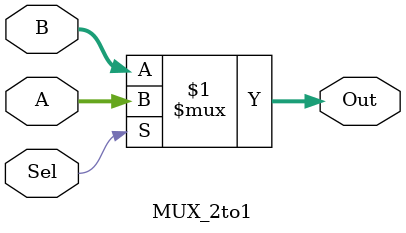
<source format=v>
module MUX_2to1(A, B, Sel, Out);

	input [31:0] A, B;
	input Sel;
	output [31:0] Out;

	assign Out = Sel ? A: B;
	
endmodule

</source>
